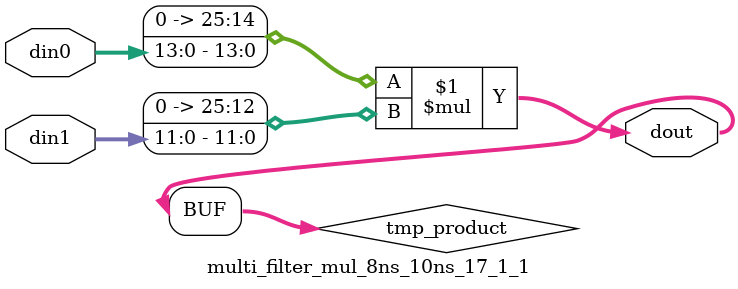
<source format=v>

`timescale 1 ns / 1 ps

 module multi_filter_mul_8ns_10ns_17_1_1(din0, din1, dout);
parameter ID = 1;
parameter NUM_STAGE = 0;
parameter din0_WIDTH = 14;
parameter din1_WIDTH = 12;
parameter dout_WIDTH = 26;

input [din0_WIDTH - 1 : 0] din0; 
input [din1_WIDTH - 1 : 0] din1; 
output [dout_WIDTH - 1 : 0] dout;

wire signed [dout_WIDTH - 1 : 0] tmp_product;
























assign tmp_product = $signed({1'b0, din0}) * $signed({1'b0, din1});











assign dout = tmp_product;





















endmodule

</source>
